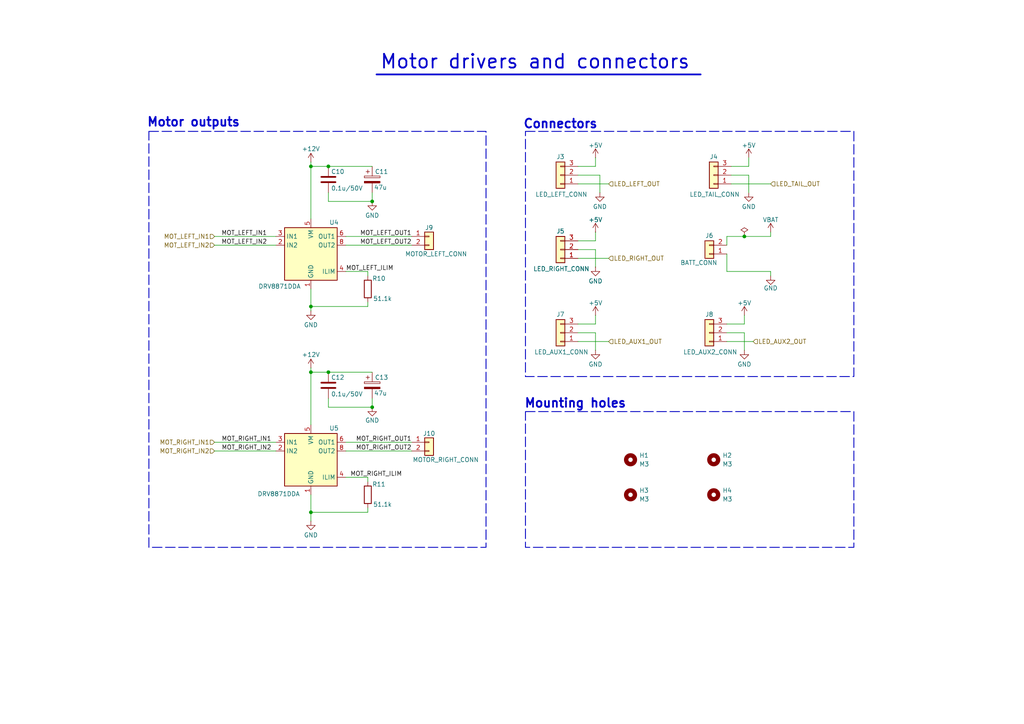
<source format=kicad_sch>
(kicad_sch (version 20250114) (generator "eeschema") (generator_version "9.0")
  (paper "A4")
  (title_block (title "Demon board") (company "Vagarth Gaurav"))
  (lib_symbols
    (symbol "Connector_Generic:Conn_01x02" (pin_names (offset 1.016) (hide yes))
      (property "Reference" "J" (at 0 2.54 0))
      (property "Value" "Conn_01x02" (at 0 -5.08 0))
      (symbol "Conn_01x02_1_1"
        (rectangle (start -1.27 1.27) (end 1.27 -3.81) (stroke (width 0.254)) (fill (type background)))
        (rectangle (start -1.27 0.127) (end 0 -0.127) (stroke (width 0.1524)))
        (rectangle (start -1.27 -2.413) (end 0 -2.667) (stroke (width 0.1524)))
        (pin passive line (at -5.08 0 0) (length 3.81) (name "Pin_1") (number "1"))
        (pin passive line (at -5.08 -2.54 0) (length 3.81) (name "Pin_2") (number "2"))
      )
    )
    (symbol "Connector_Generic:Conn_01x03" (pin_names (offset 1.016) (hide yes))
      (property "Reference" "J" (at 0 5.08 0))
      (property "Value" "Conn_01x03" (at 0 -5.08 0))
      (symbol "Conn_01x03_1_1"
        (rectangle (start -1.27 3.81) (end 1.27 -3.81) (stroke (width 0.254)) (fill (type background)))
        (rectangle (start -1.27 2.667) (end 0 2.413) (stroke (width 0.1524)))
        (rectangle (start -1.27 0.127) (end 0 -0.127) (stroke (width 0.1524)))
        (rectangle (start -1.27 -2.413) (end 0 -2.667) (stroke (width 0.1524)))
        (pin passive line (at -5.08 2.54 0) (length 3.81) (name "Pin_1") (number "1"))
        (pin passive line (at -5.08 0 0) (length 3.81) (name "Pin_2") (number "2"))
        (pin passive line (at -5.08 -2.54 0) (length 3.81) (name "Pin_3") (number "3"))
      )
    )
    (symbol "Device:C" (pin_numbers (hide yes)) (pin_names (offset 0.254))
      (property "Reference" "C" (at 0.635 2.54 0))
      (property "Value" "C" (at 0.635 -2.54 0))
      (symbol "C_0_1"
        (polyline (pts (xy -2.032 0.762) (xy 2.032 0.762)) (stroke (width 0.508)))
        (polyline (pts (xy -2.032 -0.762) (xy 2.032 -0.762)) (stroke (width 0.508)))
      )
      (symbol "C_1_1"
        (pin passive line (at 0 3.81 270) (length 2.794) (name "~") (number "1"))
        (pin passive line (at 0 -3.81 90) (length 2.794) (name "~") (number "2"))
      )
    )
    (symbol "Device:C_Polarized" (pin_numbers (hide yes)) (pin_names (offset 0.254))
      (property "Reference" "C" (at 0.635 2.54 0))
      (property "Value" "C_Polarized" (at 0.635 -2.54 0))
      (symbol "C_Polarized_0_1"
        (rectangle (start -2.286 0.508) (end 2.286 1.016))
        (polyline (pts (xy -1.778 2.286) (xy -0.762 2.286)))
        (polyline (pts (xy -1.27 2.794) (xy -1.27 1.778)))
        (rectangle (start 2.286 -0.508) (end -2.286 -1.016) (fill (type outline)))
      )
      (symbol "C_Polarized_1_1"
        (pin passive line (at 0 3.81 270) (length 2.794) (name "~") (number "1"))
        (pin passive line (at 0 -3.81 90) (length 2.794) (name "~") (number "2"))
      )
    )
    (symbol "Driver_Motor:DRV8871DDA"
      (property "Reference" "U" (at -6.35 8.89 0))
      (property "Value" "DRV8871DDA" (at 8.128 8.89 0))
      (symbol "DRV8871DDA_0_1"
        (rectangle (start -7.62 7.62) (end 7.62 -7.62) (stroke (width 0.254)) (fill (type background)))
      )
      (symbol "DRV8871DDA_1_1"
        (pin input line (at -10.16 5.08 0) (length 2.54) (name "IN1") (number "3"))
        (pin input line (at -10.16 2.54 0) (length 2.54) (name "IN2") (number "2"))
        (pin power_in line (at 0 10.16 270) (length 2.54) (name "VM") (number "5"))
        (pin power_in line (at 0 -10.16 90) (length 2.54) (name "GND") (number "1"))
        (pin passive line (at 0 -10.16 90) (length 2.54) (hide yes) (name "GND") (number "7"))
        (pin passive line (at 0 -10.16 90) (length 2.54) (hide yes) (name "GND") (number "9"))
        (pin output line (at 10.16 5.08 180) (length 2.54) (name "OUT1") (number "6"))
        (pin output line (at 10.16 2.54 180) (length 2.54) (name "OUT2") (number "8"))
        (pin passive line (at 10.16 -5.08 180) (length 2.54) (name "ILIM") (number "4"))
      )
    )
    (symbol "Mechanical:MountingHole" (pin_names (offset 1.016)) (in_bom no)
      (property "Reference" "H" (at 0 5.08 0))
      (property "Value" "MountingHole" (at 0 3.175 0))
      (symbol "MountingHole_0_1"
        (circle (center 0 0) (radius 1.27) (stroke (width 1.27)))
      )
    )
    (symbol "No silk screen devices:R" (pin_numbers (hide yes)) (pin_names (offset 0))
      (property "Reference" "R" (at 2.032 0 90))
      (property "Value" "R" (at 0 0 90))
      (symbol "R_0_1"
        (rectangle (start -1.016 -2.54) (end 1.016 2.54) (stroke (width 0.254)))
      )
      (symbol "R_1_1"
        (pin passive line (at 0 3.81 270) (length 1.27) (name "~") (number "1"))
        (pin passive line (at 0 -3.81 90) (length 1.27) (name "~") (number "2"))
      )
    )
    (symbol "power:+12V" (power) (pin_numbers (hide yes)) (pin_names (offset 0) (hide yes))
      (property "Value" "+12V" (at 0 3.556 0))
      (symbol "+12V_0_1"
        (polyline (pts (xy -0.762 1.27) (xy 0 2.54)))
        (polyline (pts (xy 0 2.54) (xy 0.762 1.27)))
        (polyline (pts (xy 0 0) (xy 0 2.54)))
      )
      (symbol "+12V_1_1"
        (pin power_in line (at 0 0 90) (length 0) (name "~") (number "1"))
      )
    )
    (symbol "power:+5V" (power) (pin_numbers (hide yes)) (pin_names (offset 0) (hide yes))
      (property "Value" "+5V" (at 0 3.556 0))
      (symbol "+5V_0_1"
        (polyline (pts (xy -0.762 1.27) (xy 0 2.54)))
        (polyline (pts (xy 0 2.54) (xy 0.762 1.27)))
        (polyline (pts (xy 0 0) (xy 0 2.54)))
      )
      (symbol "+5V_1_1"
        (pin power_in line (at 0 0 90) (length 0) (name "~") (number "1"))
      )
    )
    (symbol "power:GND" (power) (pin_numbers (hide yes)) (pin_names (offset 0) (hide yes))
      (property "Value" "GND" (at 0 -3.81 0))
      (symbol "GND_0_1"
        (polyline (pts (xy 0 0) (xy 0 -1.27) (xy 1.27 -1.27) (xy 0 -2.54) (xy -1.27 -1.27) (xy 0 -1.27)))
      )
      (symbol "GND_1_1"
        (pin power_in line (at 0 0 270) (length 0) (name "~") (number "1"))
      )
    )
    (symbol "power:PWR_FLAG" (power) (pin_numbers (hide yes)) (pin_names (offset 0) (hide yes))
      (property "Value" "PWR_FLAG" (at 0 3.81 0))
      (symbol "PWR_FLAG_0_0"
        (pin power_out line (at 0 0 90) (length 0) (name "~") (number "1"))
      )
      (symbol "PWR_FLAG_0_1"
        (polyline (pts (xy 0 0) (xy 0 1.27) (xy -1.016 1.905) (xy 0 2.54) (xy 1.016 1.905) (xy 0 1.27)))
      )
    )
    (symbol "power:VAA" (power) (pin_numbers (hide yes)) (pin_names (offset 0) (hide yes))
      (property "Value" "VAA" (at 0 3.556 0))
      (symbol "VAA_0_1"
        (polyline (pts (xy -0.762 1.27) (xy 0 2.54)))
        (polyline (pts (xy 0 2.54) (xy 0.762 1.27)))
        (polyline (pts (xy 0 0) (xy 0 2.54)))
      )
      (symbol "VAA_1_1"
        (pin power_in line (at 0 0 90) (length 0) (name "~") (number "1"))
      )
    )
  )
  (rectangle (start 152.4 38.1) (end 247.65 109.22) (stroke (width 0.254) (type dash)))
  (rectangle (start 43.18 38.1) (end 140.97 158.75) (stroke (width 0.254) (type dash)))
  (rectangle (start 152.4 119.38) (end 247.65 158.75) (stroke (width 0.254) (type dash)))
  (text "Mounting holes" (at 166.878 117.094 0) (effects (font (size 2.54 2.54) (thickness 0.508) (bold yes))))
  (text "Connectors" (at 162.56 36.068 0) (effects (font (size 2.54 2.54) (thickness 0.508) (bold yes))))
  (text "Motor outputs" (at 56.134 35.56 0) (effects (font (size 2.54 2.54) (thickness 0.508) (bold yes))))
  (text "Motor drivers and connectors" (at 155.194 18.034 0) (effects (font (size 4 4) (thickness 0.508) (bold yes))))
  (junction (at 90.17 48.26))
  (junction (at 107.95 58.42))
  (junction (at 90.17 148.59))
  (junction (at 215.9 68.58))
  (junction (at 107.95 118.11))
  (junction (at 95.25 107.95))
  (junction (at 90.17 88.9))
  (junction (at 95.25 48.26))
  (junction (at 90.17 107.95))
  (wire (pts (xy 95.25 55.88) (xy 95.25 58.42)))
  (wire (pts (xy 212.09 48.26) (xy 217.17 48.26)))
  (wire (pts (xy 90.17 48.26) (xy 95.25 48.26)))
  (wire (pts (xy 210.82 78.74) (xy 223.52 78.74)))
  (wire (pts (xy 212.09 53.34) (xy 223.52 53.34)))
  (wire (pts (xy 167.64 93.98) (xy 172.72 93.98)))
  (wire (pts (xy 90.17 107.95) (xy 95.25 107.95)))
  (wire (pts (xy 90.17 88.9) (xy 106.68 88.9)))
  (wire (pts (xy 215.9 96.52) (xy 215.9 101.6)))
  (wire (pts (xy 106.68 148.59) (xy 90.17 148.59)))
  (wire (pts (xy 172.72 72.39) (xy 172.72 77.47)))
  (wire (pts (xy 215.9 96.52) (xy 210.82 96.52)))
  (wire (pts (xy 217.17 50.8) (xy 217.17 55.88)))
  (wire (pts (xy 95.25 48.26) (xy 107.95 48.26)))
  (wire (pts (xy 223.52 67.31) (xy 223.52 68.58)))
  (wire (pts (xy 210.82 68.58) (xy 210.82 71.12)))
  (wire (pts (xy 107.95 118.11) (xy 107.95 115.57)))
  (wire (pts (xy 90.17 83.82) (xy 90.17 88.9)))
  (wire (pts (xy 167.64 74.93) (xy 176.53 74.93)))
  (wire (pts (xy 210.82 99.06) (xy 218.44 99.06)))
  (wire (pts (xy 106.68 78.74) (xy 106.68 80.01)))
  (wire (pts (xy 100.33 138.43) (xy 106.68 138.43)))
  (wire (pts (xy 90.17 46.99) (xy 90.17 48.26)))
  (wire (pts (xy 95.25 107.95) (xy 107.95 107.95)))
  (wire (pts (xy 167.64 96.52) (xy 172.72 96.52)))
  (wire (pts (xy 172.72 48.26) (xy 172.72 45.72)))
  (wire (pts (xy 167.64 48.26) (xy 172.72 48.26)))
  (wire (pts (xy 106.68 138.43) (xy 106.68 139.7)))
  (wire (pts (xy 100.33 71.12) (xy 119.38 71.12)))
  (wire (pts (xy 62.23 71.12) (xy 80.01 71.12)))
  (wire (pts (xy 62.23 130.81) (xy 80.01 130.81)))
  (wire (pts (xy 167.64 50.8) (xy 173.99 50.8)))
  (wire (pts (xy 95.25 118.11) (xy 107.95 118.11)))
  (wire (pts (xy 90.17 88.9) (xy 90.17 90.17)))
  (wire (pts (xy 172.72 72.39) (xy 167.64 72.39)))
  (wire (pts (xy 223.52 78.74) (xy 223.52 80.01)))
  (wire (pts (xy 215.9 68.58) (xy 223.52 68.58)))
  (wire (pts (xy 62.23 128.27) (xy 80.01 128.27)))
  (polyline (pts (xy 109.22 21.59) (xy 203.2 21.59)) (stroke (width 0.508) (type solid)))
  (wire (pts (xy 173.99 50.8) (xy 173.99 55.88)))
  (wire (pts (xy 172.72 69.85) (xy 172.72 67.31)))
  (wire (pts (xy 167.64 99.06) (xy 176.53 99.06)))
  (wire (pts (xy 90.17 143.51) (xy 90.17 148.59)))
  (wire (pts (xy 90.17 148.59) (xy 90.17 151.13)))
  (wire (pts (xy 90.17 106.68) (xy 90.17 107.95)))
  (wire (pts (xy 107.95 58.42) (xy 107.95 55.88)))
  (wire (pts (xy 100.33 128.27) (xy 119.38 128.27)))
  (wire (pts (xy 100.33 130.81) (xy 119.38 130.81)))
  (wire (pts (xy 210.82 93.98) (xy 215.9 93.98)))
  (wire (pts (xy 210.82 78.74) (xy 210.82 73.66)))
  (wire (pts (xy 62.23 68.58) (xy 80.01 68.58)))
  (wire (pts (xy 90.17 48.26) (xy 90.17 63.5)))
  (wire (pts (xy 215.9 93.98) (xy 215.9 91.44)))
  (wire (pts (xy 106.68 88.9) (xy 106.68 87.63)))
  (wire (pts (xy 95.25 115.57) (xy 95.25 118.11)))
  (wire (pts (xy 172.72 96.52) (xy 172.72 101.6)))
  (wire (pts (xy 217.17 48.26) (xy 217.17 45.72)))
  (wire (pts (xy 95.25 58.42) (xy 107.95 58.42)))
  (wire (pts (xy 90.17 107.95) (xy 90.17 123.19)))
  (wire (pts (xy 106.68 147.32) (xy 106.68 148.59)))
  (wire (pts (xy 100.33 78.74) (xy 106.68 78.74)))
  (wire (pts (xy 172.72 93.98) (xy 172.72 91.44)))
  (wire (pts (xy 167.64 53.34) (xy 176.53 53.34)))
  (wire (pts (xy 100.33 68.58) (xy 119.38 68.58)))
  (wire (pts (xy 217.17 50.8) (xy 212.09 50.8)))
  (wire (pts (xy 167.64 69.85) (xy 172.72 69.85)))
  (wire (pts (xy 210.82 68.58) (xy 215.9 68.58)))
  (label "MOT_LEFT_ILIM" (at 100.33 78.74 0))
  (label "MOT_LEFT_IN1" (at 77.47 68.58 180))
  (label "MOT_LEFT_OUT1" (at 119.38 68.58 180))
  (label "MOT_RIGHT_ILIM" (at 101.6 138.43 0))
  (label "MOT_RIGHT_IN1" (at 78.74 128.27 180))
  (label "MOT_RIGHT_OUT2" (at 119.38 130.81 180))
  (label "MOT_LEFT_IN2" (at 77.47 71.12 180))
  (label "MOT_RIGHT_OUT1" (at 119.38 128.27 180))
  (label "MOT_LEFT_OUT2" (at 119.38 71.12 180))
  (label "MOT_RIGHT_IN2" (at 78.74 130.81 180))
  (hierarchical_label "MOT_RIGHT_IN1" (shape input) (at 62.23 128.27 180))
  (hierarchical_label "MOT_LEFT_IN1" (shape input) (at 62.23 68.58 180))
  (hierarchical_label "LED_AUX2_OUT" (shape input) (at 218.44 99.06 0))
  (hierarchical_label "LED_TAIL_OUT" (shape input) (at 223.52 53.34 0))
  (hierarchical_label "LED_RIGHT_OUT" (shape input) (at 176.53 74.93 0))
  (hierarchical_label "LED_AUX1_OUT" (shape input) (at 176.53 99.06 0))
  (hierarchical_label "MOT_RIGHT_IN2" (shape input) (at 62.23 130.81 180))
  (hierarchical_label "LED_LEFT_OUT" (shape input) (at 176.53 53.34 0))
  (hierarchical_label "MOT_LEFT_IN2" (shape input) (at 62.23 71.12 180))
  (symbol (lib_id "power:GND") (at 90.17 151.13 0) (unit 1)
    (property "Reference" "#PWR037" (effects (hide yes)))
    (property "Value" "GND" (at 90.17 155.194 0))
    (property "Description" "Power symbol creates a global label with name \"GND\" , ground" (effects (hide yes)))
  )
  (symbol (lib_id "Mechanical:MountingHole") (at 182.88 133.35 0) (unit 1) (in_bom no)
    (property "Reference" "H1" (at 185.42 132.0799 0) (effects (justify left)))
    (property "Value" "M3" (at 185.42 134.6199 0) (effects (justify left)))
    (property "Footprint" "MountingHole:MountingHole_3.2mm_M3_ISO14580_Pad_TopBottom" (effects (hide yes)))
    (property "Description" "Mounting Hole without connection" (effects (hide yes)))
  )
  (symbol (lib_id "Connector_Generic:Conn_01x02") (at 124.46 128.27 0) (unit 1)
    (property "Reference" "J10" (at 124.46 125.73 0))
    (property "Value" "MOTOR_RIGHT_CONN" (at 129.286 133.35 0))
    (property "Footprint" "Personal library:SPTAF_1_ 2-5_0-EL" (effects (hide yes)))
    (property "Description" "Generic connector, single row, 01x02, script generated (kicad-library-utils/schlib/autogen/connector/)" (effects (hide yes)))
  )
  (symbol (lib_id "Mechanical:MountingHole") (at 207.01 143.51 0) (unit 1) (in_bom no)
    (property "Reference" "H4" (at 209.55 142.2399 0) (effects (justify left)))
    (property "Value" "M3" (at 209.55 144.7799 0) (effects (justify left)))
    (property "Footprint" "MountingHole:MountingHole_3.2mm_M3_ISO14580_Pad_TopBottom" (effects (hide yes)))
    (property "Description" "Mounting Hole without connection" (effects (hide yes)))
  )
  (symbol (lib_id "power:VAA") (at 223.52 67.31 0) (unit 1)
    (property "Reference" "#PWR027" (effects (hide yes)))
    (property "Value" "VBAT" (at 223.52 63.754 0))
    (property "Description" "Power symbol creates a global label with name \"VAA\"" (effects (hide yes)))
  )
  (symbol (lib_id "No silk screen devices:R") (at 106.68 83.82 0) (unit 1)
    (property "Reference" "R10" (at 107.95 80.772 0) (effects (justify left)))
    (property "Value" "51.1k" (at 108.204 86.614 0) (effects (justify left)))
    (property "Footprint" "No Silkscreen:R_0402_1005Metric" (effects (hide yes)))
    (property "Description" "Resistor" (effects (hide yes)))
  )
  (symbol (lib_id "power:+5V") (at 172.72 45.72 0) (unit 1)
    (property "Reference" "#PWR013" (effects (hide yes)))
    (property "Value" "+5V" (at 172.72 42.164 0))
    (property "Description" "Power symbol creates a global label with name \"+5V\"" (effects (hide yes)))
  )
  (symbol (lib_id "Connector_Generic:Conn_01x03") (at 205.74 96.52 180) (unit 1)
    (property "Reference" "J8" (at 205.74 91.186 0))
    (property "Value" "LED_AUX2_CONN" (at 205.994 102.108 0))
    (property "Footprint" "Connector_JST:JST_PH_S3B-PH-K_1x03_P2.00mm_Horizontal" (effects (hide yes)))
    (property "Description" "Generic connector, single row, 01x03, script generated (kicad-library-utils/schlib/autogen/connector/)" (effects (hide yes)))
  )
  (symbol (lib_id "Connector_Generic:Conn_01x02") (at 205.74 73.66 180) (unit 1)
    (property "Reference" "J6" (at 205.74 68.326 0))
    (property "Value" "BATT_CONN" (at 202.692 76.2 0))
    (property "Footprint" "Connector_AMASS:AMASS_XT60PW-M_1x02_P7.20mm_Horizontal" (effects (hide yes)))
    (property "Description" "Generic connector, single row, 01x02, script generated (kicad-library-utils/schlib/autogen/connector/)" (effects (hide yes)))
  )
  (symbol (lib_id "power:+5V") (at 172.72 91.44 0) (unit 1)
    (property "Reference" "#PWR020" (effects (hide yes)))
    (property "Value" "+5V" (at 172.72 87.884 0))
    (property "Description" "Power symbol creates a global label with name \"+5V\"" (effects (hide yes)))
  )
  (symbol (lib_id "power:GND") (at 172.72 101.6 0) (unit 1)
    (property "Reference" "#PWR033" (effects (hide yes)))
    (property "Value" "GND" (at 172.72 105.664 0))
    (property "Description" "Power symbol creates a global label with name \"GND\" , ground" (effects (hide yes)))
  )
  (symbol (lib_id "No silk screen devices:R") (at 106.68 143.51 0) (unit 1)
    (property "Reference" "R11" (at 107.95 140.462 0) (effects (justify left)))
    (property "Value" "51.1k" (at 108.204 146.304 0) (effects (justify left)))
    (property "Footprint" "No Silkscreen:R_0402_1005Metric" (effects (hide yes)))
    (property "Description" "Resistor" (effects (hide yes)))
  )
  (symbol (lib_id "power:GND") (at 107.95 118.11 0) (unit 1)
    (property "Reference" "#PWR036" (effects (hide yes)))
    (property "Value" "GND" (at 107.95 121.92 0))
    (property "Description" "Power symbol creates a global label with name \"GND\" , ground" (effects (hide yes)))
  )
  (symbol (lib_id "power:GND") (at 107.95 58.42 0) (unit 1)
    (property "Reference" "#PWR025" (effects (hide yes)))
    (property "Value" "GND" (at 107.95 62.484 0))
    (property "Description" "Power symbol creates a global label with name \"GND\" , ground" (effects (hide yes)))
  )
  (symbol (lib_id "power:+5V") (at 217.17 45.72 0) (unit 1)
    (property "Reference" "#PWR026" (effects (hide yes)))
    (property "Value" "+5V" (at 217.17 42.164 0))
    (property "Description" "Power symbol creates a global label with name \"+5V\"" (effects (hide yes)))
  )
  (symbol (lib_id "power:+12V") (at 90.17 46.99 0) (unit 1)
    (property "Reference" "#PWR022" (effects (hide yes)))
    (property "Value" "+12V" (at 90.17 43.18 0))
    (property "Description" "Power symbol creates a global label with name \"+12V\"" (effects (hide yes)))
  )
  (symbol (lib_id "power:+12V") (at 90.17 106.68 0) (unit 1)
    (property "Reference" "#PWR035" (effects (hide yes)))
    (property "Value" "+12V" (at 90.17 102.87 0))
    (property "Description" "Power symbol creates a global label with name \"+12V\"" (effects (hide yes)))
  )
  (symbol (lib_id "Device:C_Polarized") (at 107.95 111.76 0) (unit 1)
    (property "Reference" "C13" (at 108.712 109.474 0) (effects (justify left)))
    (property "Value" "47u" (at 108.458 114.046 0) (effects (justify left)))
    (property "Footprint" "Capacitor_SMD:CP_Elec_6.3x7.7" (effects (hide yes)))
    (property "Description" "Polarized capacitor" (effects (hide yes)))
  )
  (symbol (lib_id "Connector_Generic:Conn_01x03") (at 162.56 96.52 180) (unit 1)
    (property "Reference" "J7" (at 162.56 91.186 0))
    (property "Value" "LED_AUX1_CONN" (at 162.814 102.108 0))
    (property "Footprint" "Connector_JST:JST_PH_S3B-PH-K_1x03_P2.00mm_Horizontal" (effects (hide yes)))
    (property "Description" "Generic connector, single row, 01x03, script generated (kicad-library-utils/schlib/autogen/connector/)" (effects (hide yes)))
  )
  (symbol (lib_id "power:GND") (at 215.9 101.6 0) (unit 1)
    (property "Reference" "#PWR034" (effects (hide yes)))
    (property "Value" "GND" (at 215.9 105.664 0))
    (property "Description" "Power symbol creates a global label with name \"GND\" , ground" (effects (hide yes)))
  )
  (symbol (lib_id "power:GND") (at 90.17 90.17 0) (unit 1)
    (property "Reference" "#PWR030" (effects (hide yes)))
    (property "Value" "GND" (at 90.17 94.234 0))
    (property "Description" "Power symbol creates a global label with name \"GND\" , ground" (effects (hide yes)))
  )
  (symbol (lib_id "Mechanical:MountingHole") (at 182.88 143.51 0) (unit 1) (in_bom no)
    (property "Reference" "H3" (at 185.42 142.2399 0) (effects (justify left)))
    (property "Value" "M3" (at 185.42 144.7799 0) (effects (justify left)))
    (property "Footprint" "MountingHole:MountingHole_3.2mm_M3_ISO14580_Pad_TopBottom" (effects (hide yes)))
    (property "Description" "Mounting Hole without connection" (effects (hide yes)))
  )
  (symbol (lib_id "Connector_Generic:Conn_01x03") (at 162.56 72.39 180) (unit 1)
    (property "Reference" "J5" (at 162.56 67.056 0))
    (property "Value" "LED_RIGHT_CONN" (at 162.814 77.978 0))
    (property "Footprint" "Connector_JST:JST_PH_S3B-PH-K_1x03_P2.00mm_Horizontal" (effects (hide yes)))
    (property "Description" "Generic connector, single row, 01x03, script generated (kicad-library-utils/schlib/autogen/connector/)" (effects (hide yes)))
  )
  (symbol (lib_id "Connector_Generic:Conn_01x02") (at 124.46 68.58 0) (unit 1)
    (property "Reference" "J9" (at 124.46 66.04 0))
    (property "Value" "MOTOR_LEFT_CONN" (at 126.492 73.66 0))
    (property "Footprint" "Personal library:SPTAF_1_ 2-5_0-EL" (effects (hide yes)))
    (property "Description" "Generic connector, single row, 01x02, script generated (kicad-library-utils/schlib/autogen/connector/)" (effects (hide yes)))
  )
  (symbol (lib_id "power:GND") (at 172.72 77.47 0) (unit 1)
    (property "Reference" "#PWR028" (effects (hide yes)))
    (property "Value" "GND" (at 172.72 81.534 0))
    (property "Description" "Power symbol creates a global label with name \"GND\" , ground" (effects (hide yes)))
  )
  (symbol (lib_id "Device:C") (at 95.25 111.76 0) (unit 1)
    (property "Reference" "C12" (at 96.012 109.474 0) (effects (justify left)))
    (property "Value" "0.1u/50V" (at 96.012 114.3 0) (effects (justify left)))
    (property "Footprint" "No Silkscreen:C_0603_1608Metric" (effects (hide yes)))
    (property "Description" "Unpolarized capacitor" (effects (hide yes)))
  )
  (symbol (lib_id "power:GND") (at 173.99 55.88 0) (unit 1)
    (property "Reference" "#PWR024" (effects (hide yes)))
    (property "Value" "GND" (at 173.99 59.944 0))
    (property "Description" "Power symbol creates a global label with name \"GND\" , ground" (effects (hide yes)))
  )
  (symbol (lib_id "power:PWR_FLAG") (at 215.9 68.58 0) (unit 1)
    (property "Reference" "#FLG05" (effects (hide yes)))
    (property "Value" "PWR_FLAG" (effects (hide yes)))
    (property "Description" "Special symbol for telling ERC where power comes from" (effects (hide yes)))
  )
  (symbol (lib_id "Driver_Motor:DRV8871DDA") (at 90.17 73.66 0) (unit 1)
    (property "Reference" "U4" (at 95.504 64.516 0) (effects (justify left)))
    (property "Value" "DRV8871DDA" (at 74.93 83.058 0) (effects (justify left)))
    (property "Footprint" "Package_SO:Texas_HTSOP-8-1EP_3.9x4.9mm_P1.27mm_EP2.95x4.9mm_Mask2.4x3.1mm_ThermalVias" (effects (hide yes)))
    (property "Datasheet" "http://www.ti.com/lit/ds/symlink/drv8871.pdf" (effects (hide yes)))
    (property "Description" "Brushed DC Motor Driver, PWM Control, 45V, 3.6A, Current limiting, HTSOP-8" (effects (hide yes)))
  )
  (symbol (lib_id "Connector_Generic:Conn_01x03") (at 162.56 50.8 180) (unit 1)
    (property "Reference" "J3" (at 162.56 45.466 0))
    (property "Value" "LED_LEFT_CONN" (at 162.814 56.388 0))
    (property "Footprint" "Connector_JST:JST_PH_S3B-PH-K_1x03_P2.00mm_Horizontal" (effects (hide yes)))
    (property "Description" "Generic connector, single row, 01x03, script generated (kicad-library-utils/schlib/autogen/connector/)" (effects (hide yes)))
  )
  (symbol (lib_id "power:+5V") (at 172.72 67.31 0) (unit 1)
    (property "Reference" "#PWR014" (effects (hide yes)))
    (property "Value" "+5V" (at 172.72 63.754 0))
    (property "Description" "Power symbol creates a global label with name \"+5V\"" (effects (hide yes)))
  )
  (symbol (lib_id "power:GND") (at 217.17 55.88 0) (unit 1)
    (property "Reference" "#PWR023" (effects (hide yes)))
    (property "Value" "GND" (at 217.17 59.944 0))
    (property "Description" "Power symbol creates a global label with name \"GND\" , ground" (effects (hide yes)))
  )
  (symbol (lib_id "Driver_Motor:DRV8871DDA") (at 90.17 133.35 0) (unit 1)
    (property "Reference" "U5" (at 95.504 124.206 0) (effects (justify left)))
    (property "Value" "DRV8871DDA" (at 74.676 143.256 0) (effects (justify left)))
    (property "Footprint" "Package_SO:Texas_HTSOP-8-1EP_3.9x4.9mm_P1.27mm_EP2.95x4.9mm_Mask2.4x3.1mm_ThermalVias" (effects (hide yes)))
    (property "Datasheet" "http://www.ti.com/lit/ds/symlink/drv8871.pdf" (effects (hide yes)))
    (property "Description" "Brushed DC Motor Driver, PWM Control, 45V, 3.6A, Current limiting, HTSOP-8" (effects (hide yes)))
  )
  (symbol (lib_id "Mechanical:MountingHole") (at 207.01 133.35 0) (unit 1) (in_bom no)
    (property "Reference" "H2" (at 209.55 132.0799 0) (effects (justify left)))
    (property "Value" "M3" (at 209.55 134.6199 0) (effects (justify left)))
    (property "Footprint" "MountingHole:MountingHole_3.2mm_M3_ISO14580_Pad_TopBottom" (effects (hide yes)))
    (property "Description" "Mounting Hole without connection" (effects (hide yes)))
  )
  (symbol (lib_id "Connector_Generic:Conn_01x03") (at 207.01 50.8 180) (unit 1)
    (property "Reference" "J4" (at 207.01 45.466 0))
    (property "Value" "LED_TAIL_CONN" (at 207.264 56.388 0))
    (property "Footprint" "Connector_JST:JST_PH_S3B-PH-K_1x03_P2.00mm_Horizontal" (effects (hide yes)))
    (property "Description" "Generic connector, single row, 01x03, script generated (kicad-library-utils/schlib/autogen/connector/)" (effects (hide yes)))
  )
  (symbol (lib_id "Device:C_Polarized") (at 107.95 52.07 0) (unit 1)
    (property "Reference" "C11" (at 108.712 49.784 0) (effects (justify left)))
    (property "Value" "47u" (at 108.458 54.356 0) (effects (justify left)))
    (property "Footprint" "Capacitor_SMD:CP_Elec_6.3x7.7" (effects (hide yes)))
    (property "Description" "Polarized capacitor" (effects (hide yes)))
  )
  (symbol (lib_id "power:+5V") (at 215.9 91.44 0) (unit 1)
    (property "Reference" "#PWR021" (effects (hide yes)))
    (property "Value" "+5V" (at 215.9 87.884 0))
    (property "Description" "Power symbol creates a global label with name \"+5V\"" (effects (hide yes)))
  )
  (symbol (lib_id "power:GND") (at 223.52 80.01 0) (unit 1)
    (property "Reference" "#PWR029" (effects (hide yes)))
    (property "Value" "GND" (at 223.52 83.566 0))
    (property "Description" "Power symbol creates a global label with name \"GND\" , ground" (effects (hide yes)))
  )
  (symbol (lib_id "Device:C") (at 95.25 52.07 0) (unit 1)
    (property "Reference" "C10" (at 96.012 49.784 0) (effects (justify left)))
    (property "Value" "0.1u/50V" (at 96.012 54.61 0) (effects (justify left)))
    (property "Footprint" "No Silkscreen:C_0603_1608Metric" (effects (hide yes)))
    (property "Description" "Unpolarized capacitor" (effects (hide yes)))
  )
)
</source>
